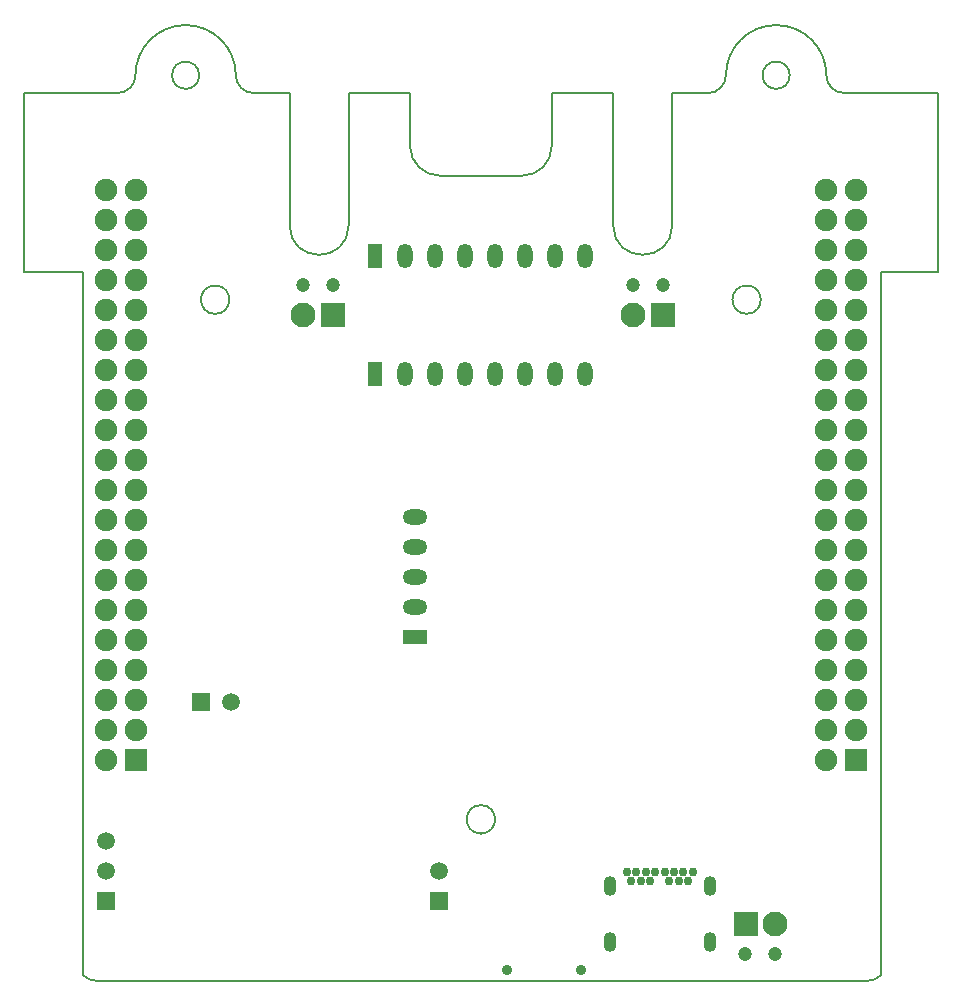
<source format=gbs>
%TF.GenerationSoftware,KiCad,Pcbnew,(5.1.6-0-10_14)*%
%TF.CreationDate,2021-04-08T13:38:14+02:00*%
%TF.ProjectId,gb-mainboard,67622d6d-6169-46e6-926f-6172642e6b69,rev?*%
%TF.SameCoordinates,Original*%
%TF.FileFunction,Soldermask,Bot*%
%TF.FilePolarity,Negative*%
%FSLAX46Y46*%
G04 Gerber Fmt 4.6, Leading zero omitted, Abs format (unit mm)*
G04 Created by KiCad (PCBNEW (5.1.6-0-10_14)) date 2021-04-08 13:38:14*
%MOMM*%
%LPD*%
G01*
G04 APERTURE LIST*
%TA.AperFunction,Profile*%
%ADD10C,0.150000*%
%TD*%
%ADD11O,2.100000X1.300000*%
%ADD12R,2.100000X1.300000*%
%ADD13R,1.300000X2.100000*%
%ADD14O,1.300000X2.100000*%
%ADD15R,1.900000X1.900000*%
%ADD16C,1.900000*%
%ADD17C,0.750000*%
%ADD18O,1.100000X1.700000*%
%ADD19R,2.100000X2.100000*%
%ADD20C,2.100000*%
%ADD21C,1.200000*%
%ADD22C,0.900000*%
%ADD23C,1.500000*%
%ADD24R,1.500000X1.500000*%
G04 APERTURE END LIST*
D10*
X154959999Y-58430000D02*
G75*
G02*
X152659999Y-58430000I-1150000J0D01*
G01*
X152659999Y-58430000D02*
G75*
G02*
X154959999Y-58430000I1150000J0D01*
G01*
X102660000Y-58430000D02*
G75*
G02*
X104960000Y-58430000I1150000J0D01*
G01*
X104960000Y-58430000D02*
G75*
G02*
X102660000Y-58430000I-1150000J0D01*
G01*
X106310000Y-78630000D02*
G75*
G02*
X106310000Y-76230000I0J1200000D01*
G01*
X106310000Y-76230000D02*
G75*
G02*
X106310000Y-78630000I0J-1200000D01*
G01*
X151309999Y-78630000D02*
G75*
G02*
X151309999Y-76230000I0J1200000D01*
G01*
X151309999Y-76230000D02*
G75*
G02*
X151309999Y-78630000I0J-1200000D01*
G01*
X128809999Y-122630000D02*
X128809999Y-122630000D01*
X128809999Y-122630000D02*
G75*
G02*
X128809999Y-120230000I0J1200000D01*
G01*
X128809999Y-120230000D02*
G75*
G02*
X128809999Y-122630000I0J-1200000D01*
G01*
X167509999Y-59930000D02*
X167509999Y-75130000D01*
X159559999Y-59930000D02*
X167509999Y-59930000D01*
X159559999Y-59930000D02*
G75*
G02*
X158059999Y-58430000I547J1500547D01*
G01*
X153809997Y-54180000D02*
G75*
G02*
X158059999Y-58430000I-1549J-4251551D01*
G01*
X149559998Y-58433101D02*
G75*
G02*
X153809999Y-54180000I4251551J1550D01*
G01*
X149559998Y-58429999D02*
G75*
G02*
X148059999Y-59930000I-1500547J546D01*
G01*
X145009999Y-59930000D02*
X148059999Y-59930000D01*
X145009999Y-71130000D02*
X145009999Y-59930000D01*
X145009999Y-71130000D02*
G75*
G02*
X140009999Y-71130000I-2500000J0D01*
G01*
X140009999Y-59930000D02*
X140009999Y-71130000D01*
X134809999Y-59930000D02*
X140009999Y-59930000D01*
X134809999Y-64430000D02*
X134809999Y-59930000D01*
X134809998Y-64430000D02*
G75*
G02*
X132309999Y-66930000I-2509490J9490D01*
G01*
X125309999Y-66930000D02*
X132309999Y-66930000D01*
X125309999Y-66930001D02*
G75*
G02*
X122809999Y-64430000I9491J2509491D01*
G01*
X122809999Y-59930000D02*
X122809999Y-64430000D01*
X117610000Y-59930000D02*
X122809999Y-59930000D01*
X117610000Y-71130000D02*
X117610000Y-59930000D01*
X117610001Y-71130000D02*
G75*
G02*
X112609999Y-71130000I-2500001J0D01*
G01*
X112609999Y-59930000D02*
X112609999Y-71130000D01*
X109560000Y-59930000D02*
X112609999Y-59930000D01*
X109560000Y-59930000D02*
G75*
G02*
X108060000Y-58430000I547J1500547D01*
G01*
X103809998Y-54180000D02*
G75*
G02*
X108060000Y-58430000I-1549J-4251551D01*
G01*
X99559999Y-58430001D02*
G75*
G02*
X103810000Y-54180000I4251551J-1550D01*
G01*
X99559999Y-58429999D02*
G75*
G02*
X98060000Y-59930000I-1500547J546D01*
G01*
X95110000Y-134630000D02*
X95110000Y-75120000D01*
X96433000Y-135130000D02*
G75*
G02*
X95110000Y-134630000I-1315J1996850D01*
G01*
X161387000Y-135130001D02*
X96433000Y-135130000D01*
X162710000Y-134630000D02*
G75*
G02*
X161387000Y-135130001I-1321686J1496849D01*
G01*
X162710000Y-75130000D02*
X162710000Y-134630000D01*
X167509999Y-75130000D02*
X162710000Y-75130000D01*
X90110000Y-59930000D02*
X98060000Y-59930000D01*
X90110000Y-75130000D02*
X90110000Y-59930000D01*
X95110000Y-75120000D02*
X90110000Y-75130000D01*
D11*
%TO.C,BRD102*%
X123207000Y-95871000D03*
X123207000Y-98411000D03*
X123207000Y-100951000D03*
X123207000Y-103491000D03*
D12*
X123207000Y-106031000D03*
%TD*%
D13*
%TO.C,BRD101*%
X119828000Y-73696000D03*
X119828000Y-83756000D03*
D14*
X122368000Y-73696000D03*
X122368000Y-83756000D03*
X124908000Y-73696000D03*
X124908000Y-83756000D03*
X127448000Y-73696000D03*
X127448000Y-83756000D03*
X129988000Y-73696000D03*
X129988000Y-83756000D03*
X132528000Y-73696000D03*
X132528000Y-83756000D03*
X135068000Y-73696000D03*
X135068000Y-83756000D03*
X137608000Y-73696000D03*
X137608000Y-83756000D03*
%TD*%
D15*
%TO.C,P101*%
X160595000Y-116445000D03*
D16*
X158055000Y-116445000D03*
X160595000Y-113905000D03*
X158055000Y-113905000D03*
X160595000Y-111365000D03*
X158055000Y-111365000D03*
X160595000Y-108825000D03*
X158055000Y-108825000D03*
X160595000Y-106285000D03*
X158055000Y-106285000D03*
X160595000Y-103745000D03*
X158055000Y-103745000D03*
X160595000Y-101205000D03*
X158055000Y-101205000D03*
X160595000Y-98665000D03*
X158055000Y-98665000D03*
X160595000Y-96125000D03*
X158055000Y-96125000D03*
X160595000Y-93585000D03*
X158055000Y-93585000D03*
X160595000Y-91045000D03*
X158055000Y-91045000D03*
X160595000Y-88505000D03*
X158055000Y-88505000D03*
X160595000Y-85965000D03*
X158055000Y-85965000D03*
X160595000Y-83425000D03*
X158055000Y-83425000D03*
X160595000Y-80885000D03*
X158055000Y-80885000D03*
X160595000Y-78345000D03*
X158055000Y-78345000D03*
X160595000Y-75805000D03*
X158055000Y-75805000D03*
X160595000Y-73265000D03*
X158055000Y-73265000D03*
X160595000Y-70725000D03*
X158055000Y-70725000D03*
X160595000Y-68185000D03*
X158055000Y-68185000D03*
%TD*%
%TO.C,P102*%
X97095000Y-68185000D03*
X99635000Y-68185000D03*
X97095000Y-70725000D03*
X99635000Y-70725000D03*
X97095000Y-73265000D03*
X99635000Y-73265000D03*
X97095000Y-75805000D03*
X99635000Y-75805000D03*
X97095000Y-78345000D03*
X99635000Y-78345000D03*
X97095000Y-80885000D03*
X99635000Y-80885000D03*
X97095000Y-83425000D03*
X99635000Y-83425000D03*
X97095000Y-85965000D03*
X99635000Y-85965000D03*
X97095000Y-88505000D03*
X99635000Y-88505000D03*
X97095000Y-91045000D03*
X99635000Y-91045000D03*
X97095000Y-93585000D03*
X99635000Y-93585000D03*
X97095000Y-96125000D03*
X99635000Y-96125000D03*
X97095000Y-98665000D03*
X99635000Y-98665000D03*
X97095000Y-101205000D03*
X99635000Y-101205000D03*
X97095000Y-103745000D03*
X99635000Y-103745000D03*
X97095000Y-106285000D03*
X99635000Y-106285000D03*
X97095000Y-108825000D03*
X99635000Y-108825000D03*
X97095000Y-111365000D03*
X99635000Y-111365000D03*
X97095000Y-113905000D03*
X99635000Y-113905000D03*
X97095000Y-116445000D03*
D15*
X99635000Y-116445000D03*
%TD*%
D17*
%TO.C,P105*%
X146758000Y-125888000D03*
X146358000Y-126613000D03*
X145958000Y-125888000D03*
X145158000Y-125888000D03*
X144358000Y-125888000D03*
X143558000Y-125888000D03*
X142758000Y-125888000D03*
X141958000Y-125888000D03*
X141158000Y-125888000D03*
X145558000Y-126613000D03*
X144758000Y-126613000D03*
X143158000Y-126613000D03*
X142358000Y-126613000D03*
X141558000Y-126613000D03*
D18*
X148208000Y-127038000D03*
X139708000Y-127038000D03*
X148208000Y-131788000D03*
X139708000Y-131788000D03*
%TD*%
D19*
%TO.C,P103*%
X116252000Y-78726000D03*
D20*
X113752000Y-78726000D03*
D21*
X116272000Y-76186000D03*
X113732000Y-76186000D03*
%TD*%
D19*
%TO.C,P104*%
X144192000Y-78726000D03*
D20*
X141692000Y-78726000D03*
D21*
X144212000Y-76186000D03*
X141672000Y-76186000D03*
%TD*%
D22*
%TO.C,SW101*%
X131054000Y-134205000D03*
X137304000Y-134205000D03*
%TD*%
D23*
%TO.C,P107*%
X125289000Y-125843000D03*
D24*
X125289000Y-128383000D03*
%TD*%
%TO.C,P108*%
X105096000Y-111492000D03*
D23*
X107636000Y-111492000D03*
%TD*%
%TO.C,P109*%
X97095000Y-125843000D03*
D24*
X97095000Y-128383000D03*
D23*
X97095000Y-123303000D03*
%TD*%
D19*
%TO.C,P106*%
X151217000Y-130288000D03*
D20*
X153717000Y-130288000D03*
D21*
X151197000Y-132828000D03*
X153737000Y-132828000D03*
%TD*%
M02*

</source>
